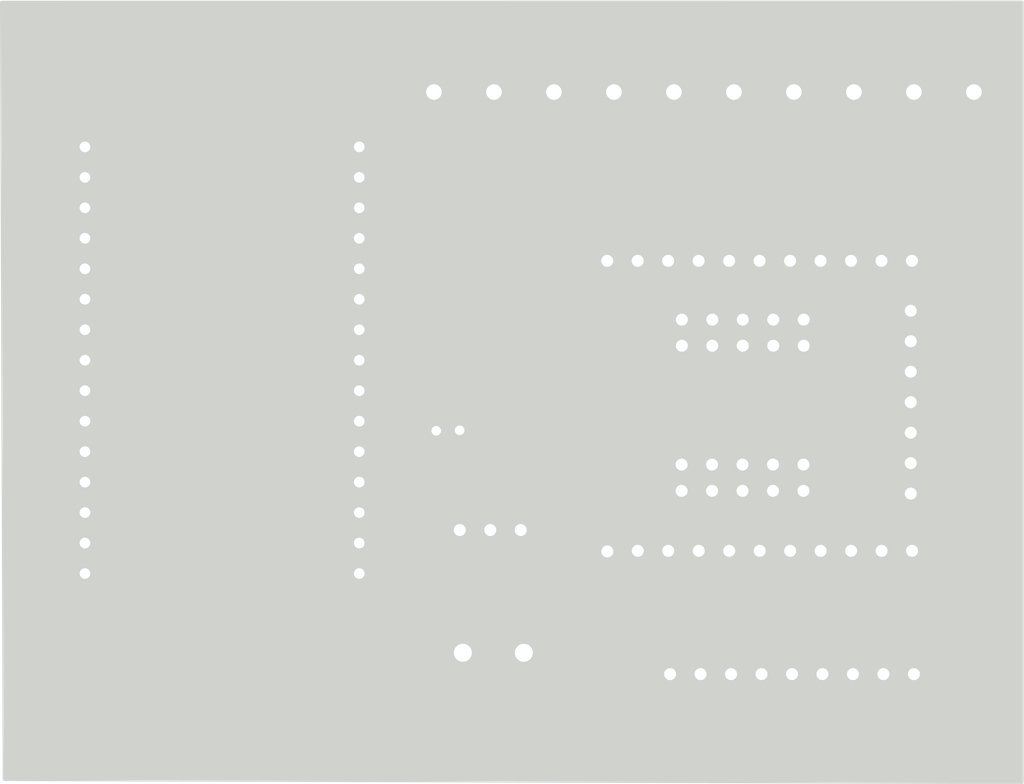
<source format=kicad_pcb>
(kicad_pcb (version 20221018) (generator pcbnew)
  (title_block (date "2023-05-04") (rev "1.0.0"))
  (layers (0 "F.Cu" signal) (31 "B.Cu" signal) (34 "B.Paste" user) (35 "F.Paste" user) (36 "B.SilkS" user "B.Silkscreen") (37 "F.SilkS" user "F.Silkscreen") (38 "B.Mask" user) (39 "F.Mask" user) (44 "Edge.Cuts" user))
  (net 0 "")
  (net 10 "GND")
  (net 11 "+3.3V")
  (net 14 "+5V")
  (net 16 "Net-(A1B-D1)")
  (net 17 "Net-(A1B-D2)")
  (net 28 "Net-(U1-VO)")
  (net 29 "+12V")
  (net 30 "Net-(J2-Pin_1)")
  (net 31 "Net-(J2-Pin_2)")
  (net 32 "Net-(J2-Pin_3)")
  (net 33 "Net-(J2-Pin_4)")
  (net 34 "Net-(J2-Pin_5)")
  (net 35 "Net-(J2-Pin_6)")
  (net 36 "Net-(J2-Pin_7)")
  (net 37 "Net-(J2-Pin_8)")
  (net 38 "Net-(J3-Pin_3)")
  (net 39 "Net-(J3-Pin_4)")
  (net 40 "Net-(J3-Pin_5)")
  (net 41 "Net-(J3-Pin_6)")
  (net 42 "Net-(J3-Pin_7)")
  (net 43 "Net-(J3-Pin_8)")
  (net 58 "Net-(J3-Pin_9)")
  (net 59 "Net-(J3-Pin_10)")
  (footprint "Capacitor_THT:C_Radial_D4.0mm_H7.0mm_P1.50mm" (layer "B.Cu") (at 147.308 96.012 180)
    (fp_text reference "C1" hide)
    (fp_text value "C")
    (fp_circle (center 0.75 0) (end 2.87 0) (stroke (width 0.12)) (fill none) (layer "B.SilkS"))
    (pad "1" thru_hole circle (at -0.254 0 180) (size 1.6 1.6) (drill 0.8) (layers "*.Cu" "*.Mask") (net 28 "Net-(U1-VO)"))
    (pad "2" thru_hole circle (at 1.7 -0.04 180) (size 1.6 1.6) (drill 0.8) (layers "*.Cu" "*.Mask") (net 14 "+5V"))
  )
  (footprint "TerminalBlock:TerminalBlock_bornier-2_P5.08mm" (layer "B.Cu") (at 152.908 114.554 180)
    (fp_text reference "J1" hide)
    (fp_text value "POWER INPUT")
    (fp_line (start -2.54 -3.81) (end 7.62 -3.81) (stroke (width 0.12)) (layer "B.SilkS"))
    (fp_line (start -2.54 3.81) (end -2.54 -3.81) (stroke (width 0.12)) (layer "B.SilkS"))
    (fp_line (start 7.62 -3.81) (end 7.62 3.81) (stroke (width 0.12)) (layer "B.SilkS"))
    (fp_line (start 7.62 -2.54) (end -2.54 -2.54) (stroke (width 0.12)) (layer "B.SilkS"))
    (fp_line (start 7.62 3.81) (end -2.54 3.81) (stroke (width 0.12)) (layer "B.SilkS"))
    (pad "1" thru_hole rect (at 0 0 180) (size 3 3) (drill 1.5) (layers "*.Cu" "*.Mask") (net 29 "+12V"))
    (pad "2" thru_hole circle (at 5.08 0 180) (size 3 3) (drill 1.5) (layers "*.Cu" "*.Mask") (net 10 "GND"))
  )
  (footprint "Package_TO_SOT_THT:TO-220-3_Vertical" (layer "B.Cu") (at 152.654 104.323 180)
    (fp_text reference "U1" hide)
    (fp_text value "LM7805")
    (fp_line (start -2.58 -1.371) (end 7.66 -1.371) (stroke (width 0.12)) (layer "B.SilkS"))
    (fp_line (start -2.58 1.76) (end 7.66 1.76) (stroke (width 0.12)) (layer "B.SilkS"))
    (fp_line (start -2.58 3.27) (end -2.58 -1.371) (stroke (width 0.12)) (layer "B.SilkS"))
    (fp_line (start -2.58 3.27) (end 7.66 3.27) (stroke (width 0.12)) (layer "B.SilkS"))
    (fp_line (start 0.69 3.27) (end 0.69 1.76) (stroke (width 0.12)) (layer "B.SilkS"))
    (fp_line (start 4.391 3.27) (end 4.391 1.76) (stroke (width 0.12)) (layer "B.SilkS"))
    (fp_line (start 7.66 3.27) (end 7.66 -1.371) (stroke (width 0.12)) (layer "B.SilkS"))
    (pad "1" thru_hole rect (at 0 0 180) (size 2 2) (drill 1) (layers "*.Cu" "*.Mask") (net 29 "+12V"))
    (pad "2" thru_hole circle (at 2.54 0 180) (size 2 2) (drill 1) (layers "*.Cu" "*.Mask") (net 10 "GND"))
    (pad "3" thru_hole circle (at 5.08 0 180) (size 2 2) (drill 1) (layers "*.Cu" "*.Mask") (net 28 "Net-(U1-VO)"))
  )
  (footprint "MCU_SX1509:MCU_SX1509" (layer "B.Cu") (at 172.258 93.788 90)
    (fp_text reference "U2" hide)
    (fp_text value "SX1509")
    (fp_rect (start -13.5 14.254) (end 13 -13.654) (stroke (width 0.1)) (fill none) (layer "B.SilkS"))
    (pad "0" thru_hole circle (at 7.74 12.9 90) (size 2 2) (drill 1) (layers "*.Cu" "*.Mask"))
    (pad "1" thru_hole circle (at -7.5 12.9 90) (size 2 2) (drill 1) (layers "*.Cu" "*.Mask"))
    (pad "2" thru_hole circle (at -12.27 7.93 90) (size 2 2) (drill 1) (layers "*.Cu" "*.Mask"))
    (pad "3" thru_hole circle (at 11.9 7.92 90) (size 2 2) (drill 1) (layers "*.Cu" "*.Mask"))
    (pad "4" thru_hole circle (at -12.27 5.39 90) (size 2 2) (drill 1) (layers "*.Cu" "*.Mask") (net 37 "Net-(J2-Pin_8)"))
    (pad "5" thru_hole circle (at -12.27 2.85 90) (size 2 2) (drill 1) (layers "*.Cu" "*.Mask") (net 36 "Net-(J2-Pin_7)"))
    (pad "6" thru_hole circle (at -12.27 0.31 90) (size 2 2) (drill 1) (layers "*.Cu" "*.Mask") (net 35 "Net-(J2-Pin_6)"))
    (pad "7" thru_hole circle (at -12.27 -2.23 90) (size 2 2) (drill 1) (layers "*.Cu" "*.Mask") (net 34 "Net-(J2-Pin_5)"))
    (pad "8" thru_hole circle (at -12.27 -4.77 90) (size 2 2) (drill 1) (layers "*.Cu" "*.Mask") (net 33 "Net-(J2-Pin_4)"))
    (pad "9" thru_hole circle (at -12.27 -7.31 90) (size 2 2) (drill 1) (layers "*.Cu" "*.Mask") (net 32 "Net-(J2-Pin_3)"))
    (pad "10" thru_hole circle (at -12.27 -9.85 90) (size 2 2) (drill 1) (layers "*.Cu" "*.Mask") (net 31 "Net-(J2-Pin_2)"))
    (pad "11" thru_hole circle (at -12.32 -12.39 90) (size 2 2) (drill 1) (layers "*.Cu" "*.Mask") (net 30 "Net-(J2-Pin_1)"))
    (pad "12" thru_hole circle (at 11.9 -12.4 90) (size 2 2) (drill 1) (layers "*.Cu" "*.Mask") (net 59 "Net-(J3-Pin_10)"))
    (pad "13" thru_hole circle (at 11.9 -9.86 90) (size 2 2) (drill 1) (layers "*.Cu" "*.Mask") (net 58 "Net-(J3-Pin_9)"))
    (pad "14" thru_hole circle (at 11.9 -7.32 90) (size 2 2) (drill 1) (layers "*.Cu" "*.Mask") (net 43 "Net-(J3-Pin_8)"))
    (pad "15" thru_hole circle (at 11.9 -4.78 90) (size 2 2) (drill 1) (layers "*.Cu" "*.Mask") (net 42 "Net-(J3-Pin_7)"))
    (pad "16" thru_hole circle (at 11.9 -2.24 90) (size 2 2) (drill 1) (layers "*.Cu" "*.Mask") (net 41 "Net-(J3-Pin_6)"))
    (pad "17" thru_hole circle (at 11.9 0.3 90) (size 2 2) (drill 1) (layers "*.Cu" "*.Mask") (net 40 "Net-(J3-Pin_5)"))
    (pad "18" thru_hole circle (at 11.9 2.84 90) (size 2 2) (drill 1) (layers "*.Cu" "*.Mask") (net 39 "Net-(J3-Pin_4)"))
    (pad "19" thru_hole circle (at 11.9 5.38 90) (size 2 2) (drill 1) (layers "*.Cu" "*.Mask") (net 38 "Net-(J3-Pin_3)"))
    (pad "20" thru_hole circle (at 2.66 12.9 90) (size 2 2) (drill 1) (layers "*.Cu" "*.Mask") (net 16 "Net-(A1B-D1)"))
    (pad "21" thru_hole circle (at 0.12 12.9 90) (size 2 2) (drill 1) (layers "*.Cu" "*.Mask") (net 17 "Net-(A1B-D2)"))
    (pad "22" thru_hole circle (at 5.2 12.9 90) (size 2 2) (drill 1) (layers "*.Cu" "*.Mask"))
    (pad "23" thru_hole circle (at -4.96 12.9 90) (size 2 2) (drill 1) (layers "*.Cu" "*.Mask"))
    (pad "24" thru_hole circle (at -2.42 12.9 90) (size 2 2) (drill 1) (layers "*.Cu" "*.Mask"))
    (pad "25" thru_hole rect (at -12.27 13.01 90) (size 2 2) (drill 1) (layers "*.Cu" "*.Mask"))
    (pad "26" thru_hole circle (at -12.27 10.47 90) (size 2 2) (drill 1) (layers "*.Cu" "*.Mask"))
    (pad "27" thru_hole circle (at 11.9 13 90) (size 2 2) (drill 1) (layers "*.Cu" "*.Mask") (net 10 "GND"))
    (pad "28" thru_hole circle (at 11.9 10.46 90) (size 2 2) (drill 1) (layers "*.Cu" "*.Mask") (net 11 "+3.3V"))
    (pad "29" thru_hole rect (at -7.27 3.96 90) (size 2 2) (drill 1) (layers "*.Cu" "*.Mask"))
    (pad "30" thru_hole circle (at -5.08 3.96 90) (size 2 2) (drill 1) (layers "*.Cu" "*.Mask"))
    (pad "31" thru_hole circle (at -7.27 1.42 90) (size 2 2) (drill 1) (layers "*.Cu" "*.Mask"))
    (pad "32" thru_hole circle (at -5.08 1.42 90) (size 2 2) (drill 1) (layers "*.Cu" "*.Mask"))
    (pad "33" thru_hole circle (at -7.27 -1.12 90) (size 2 2) (drill 1) (layers "*.Cu" "*.Mask"))
    (pad "34" thru_hole circle (at -5.08 -1.12 90) (size 2 2) (drill 1) (layers "*.Cu" "*.Mask"))
    (pad "35" thru_hole circle (at -7.27 -3.66 90) (size 2 2) (drill 1) (layers "*.Cu" "*.Mask"))
    (pad "36" thru_hole circle (at -5.08 -3.66 90) (size 2 2) (drill 1) (layers "*.Cu" "*.Mask"))
    (pad "37" thru_hole circle (at -7.27 -6.2 90) (size 2 2) (drill 1) (layers "*.Cu" "*.Mask"))
    (pad "38" thru_hole circle (at -5.08 -6.2 90) (size 2 2) (drill 1) (layers "*.Cu" "*.Mask"))
    (pad "39" thru_hole circle (at 4.826 3.98 90) (size 2 2) (drill 1) (layers "*.Cu" "*.Mask"))
    (pad "40" thru_hole circle (at 7 3.98 90) (size 2 2) (drill 1) (layers "*.Cu" "*.Mask"))
    (pad "41" thru_hole circle (at 4.826 1.44 90) (size 2 2) (drill 1) (layers "*.Cu" "*.Mask"))
    (pad "42" thru_hole circle (at 7 1.44 90) (size 2 2) (drill 1) (layers "*.Cu" "*.Mask"))
    (pad "43" thru_hole circle (at 4.826 -1.1 90) (size 2 2) (drill 1) (layers "*.Cu" "*.Mask"))
    (pad "44" thru_hole circle (at 7 -1.1 90) (size 2 2) (drill 1) (layers "*.Cu" "*.Mask"))
    (pad "45" thru_hole circle (at 4.826 -3.64 90) (size 2 2) (drill 1) (layers "*.Cu" "*.Mask"))
    (pad "46" thru_hole circle (at 7 -3.64 90) (size 2 2) (drill 1) (layers "*.Cu" "*.Mask"))
    (pad "47" thru_hole circle (at 4.826 -6.18 90) (size 2 2) (drill 1) (layers "*.Cu" "*.Mask"))
    (pad "48" thru_hole rect (at 7 -6.18 90) (size 2 2) (drill 1) (layers "*.Cu" "*.Mask"))
  )
  (footprint "TerminalBlock_Phoenix:TerminalBlock_Phoenix_MKDS-1,5-10_1x10_P5.00mm_Horizontal" (layer "B.Cu") (at 190.42 67.818 180)
    (fp_text reference "J3" hide)
    (fp_text value "Switch")
    (fp_line (start -2.8 -4.9) (end -2.3 -4.9) (stroke (width 0.12)) (layer "B.SilkS"))
    (fp_line (start -2.8 -4.16) (end -2.8 -4.9) (stroke (width 0.12)) (layer "B.SilkS"))
    (fp_line (start -2.56 -4.66) (end 47.56 -4.66) (stroke (width 0.12)) (layer "B.SilkS"))
    (fp_line (start -2.56 -4.1) (end 47.56 -4.1) (stroke (width 0.12)) (layer "B.SilkS"))
    (fp_line (start -2.56 -2.6) (end 47.56 -2.6) (stroke (width 0.12)) (layer "B.SilkS"))
    (fp_line (start -2.56 2.301) (end 47.56 2.301) (stroke (width 0.12)) (layer "B.SilkS"))
    (fp_line (start -2.56 5.261) (end -2.56 -4.66) (stroke (width 0.12)) (layer "B.SilkS"))
    (fp_line (start -2.56 5.261) (end 47.56 5.261) (stroke (width 0.12)) (layer "B.SilkS"))
    (fp_line (start 3.773 -1.023) (end 3.726 -1.069) (stroke (width 0.12)) (layer "B.SilkS"))
    (fp_line (start 3.966 -1.239) (end 3.931 -1.274) (stroke (width 0.12)) (layer "B.SilkS"))
    (fp_line (start 6.07 1.275) (end 6.035 1.239) (stroke (width 0.12)) (layer "B.SilkS"))
    (fp_line (start 6.275 1.069) (end 6.228 1.023) (stroke (width 0.12)) (layer "B.SilkS"))
    (fp_line (start 8.773 -1.023) (end 8.726 -1.069) (stroke (width 0.12)) (layer "B.SilkS"))
    (fp_line (start 8.966 -1.239) (end 8.931 -1.274) (stroke (width 0.12)) (layer "B.SilkS"))
    (fp_line (start 11.07 1.275) (end 11.035 1.239) (stroke (width 0.12)) (layer "B.SilkS"))
    (fp_line (start 11.275 1.069) (end 11.228 1.023) (stroke (width 0.12)) (layer "B.SilkS"))
    (fp_line (start 13.773 -1.023) (end 13.726 -1.069) (stroke (width 0.12)) (layer "B.SilkS"))
    (fp_line (start 13.966 -1.239) (end 13.931 -1.274) (stroke (width 0.12)) (layer "B.SilkS"))
    (fp_line (start 16.07 1.275) (end 16.035 1.239) (stroke (width 0.12)) (layer "B.SilkS"))
    (fp_line (start 16.275 1.069) (end 16.228 1.023) (stroke (width 0.12)) (layer "B.SilkS"))
    (fp_line (start 18.773 -1.023) (end 18.726 -1.069) (stroke (width 0.12)) (layer "B.SilkS"))
    (fp_line (start 18.966 -1.239) (end 18.931 -1.274) (stroke (width 0.12)) (layer "B.SilkS"))
    (fp_line (start 21.07 1.275) (end 21.035 1.239) (stroke (width 0.12)) (layer "B.SilkS"))
    (fp_line (start 21.275 1.069) (end 21.228 1.023) (stroke (width 0.12)) (layer "B.SilkS"))
    (fp_line (start 23.773 -1.023) (end 23.726 -1.069) (stroke (width 0.12)) (layer "B.SilkS"))
    (fp_line (start 23.966 -1.239) (end 23.931 -1.274) (stroke (width 0.12)) (layer "B.SilkS"))
    (fp_line (start 26.07 1.275) (end 26.035 1.239) (stroke (width 0.12)) (layer "B.SilkS"))
    (fp_line (start 26.275 1.069) (end 26.228 1.023) (stroke (width 0.12)) (layer "B.SilkS"))
    (fp_line (start 28.773 -1.023) (end 28.726 -1.069) (stroke (width 0.12)) (layer "B.SilkS"))
    (fp_line (start 28.966 -1.239) (end 28.931 -1.274) (stroke (width 0.12)) (layer "B.SilkS"))
    (fp_line (start 31.07 1.275) (end 31.035 1.239) (stroke (width 0.12)) (layer "B.SilkS"))
    (fp_line (start 31.275 1.069) (end 31.228 1.023) (stroke (width 0.12)) (layer "B.SilkS"))
    (fp_line (start 33.773 -1.023) (end 33.726 -1.069) (stroke (width 0.12)) (layer "B.SilkS"))
    (fp_line (start 33.966 -1.239) (end 33.931 -1.274) (stroke (width 0.12)) (layer "B.SilkS"))
    (fp_line (start 36.07 1.275) (end 36.035 1.239) (stroke (width 0.12)) (layer "B.SilkS"))
    (fp_line (start 36.275 1.069) (end 36.228 1.023) (stroke (width 0.12)) (layer "B.SilkS"))
    (fp_line (start 38.773 -1.023) (end 38.726 -1.069) (stroke (width 0.12)) (layer "B.SilkS"))
    (fp_line (start 38.966 -1.239) (end 38.931 -1.274) (stroke (width 0.12)) (layer "B.SilkS"))
    (fp_line (start 41.07 1.275) (end 41.035 1.239) (stroke (width 0.12)) (layer "B.SilkS"))
    (fp_line (start 41.275 1.069) (end 41.228 1.023) (stroke (width 0.12)) (layer "B.SilkS"))
    (fp_line (start 43.773 -1.023) (end 43.726 -1.069) (stroke (width 0.12)) (layer "B.SilkS"))
    (fp_line (start 43.966 -1.239) (end 43.931 -1.274) (stroke (width 0.12)) (layer "B.SilkS"))
    (fp_line (start 46.07 1.275) (end 46.035 1.239) (stroke (width 0.12)) (layer "B.SilkS"))
    (fp_line (start 46.275 1.069) (end 46.228 1.023) (stroke (width 0.12)) (layer "B.SilkS"))
    (fp_line (start 47.56 5.261) (end 47.56 -4.66) (stroke (width 0.12)) (layer "B.SilkS"))
    (fp_arc (start -1.535 0.684) (mid -1.680501 0.000524) (end -1.535427 -0.683042) (stroke (width 0.12)) (layer "B.SilkS"))
    (fp_arc (start -0.684 -1.535) (mid -0.335551 -1.646659) (end 0.028805 -1.680253) (stroke (width 0.12)) (layer "B.SilkS"))
    (fp_arc (start 0 -1.68) (mid 0.349292 -1.643288) (end 0.683318 -1.534756) (stroke (width 0.12)) (layer "B.SilkS"))
    (fp_arc (start 0.684 1.535) (mid 0.000524 1.680501) (end -0.683042 1.535427) (stroke (width 0.12)) (layer "B.SilkS"))
    (fp_arc (start 1.535 -0.684) (mid 1.6805 -0.000524) (end 1.535427 0.683042) (stroke (width 0.12)) (layer "B.SilkS"))
    (fp_circle (center 5 0) (end 6.68 0) (stroke (width 0.12)) (fill none) (layer "B.SilkS"))
    (fp_circle (center 10 0) (end 11.68 0) (stroke (width 0.12)) (fill none) (layer "B.SilkS"))
    (fp_circle (center 15 0) (end 16.68 0) (stroke (width 0.12)) (fill none) (layer "B.SilkS"))
    (fp_circle (center 20 0) (end 21.68 0) (stroke (width 0.12)) (fill none) (layer "B.SilkS"))
    (fp_circle (center 25 0) (end 26.68 0) (stroke (width 0.12)) (fill none) (layer "B.SilkS"))
    (fp_circle (center 30 0) (end 31.68 0) (stroke (width 0.12)) (fill none) (layer "B.SilkS"))
    (fp_circle (center 35 0) (end 36.68 0) (stroke (width 0.12)) (fill none) (layer "B.SilkS"))
    (fp_circle (center 40 0) (end 41.68 0) (stroke (width 0.12)) (fill none) (layer "B.SilkS"))
    (fp_circle (center 45 0) (end 46.68 0) (stroke (width 0.12)) (fill none) (layer "B.SilkS"))
    (pad "1" thru_hole circle (at 0 0 180) (size 2.6 2.6) (drill 1.3) (layers "*.Cu" "*.Mask"))
    (pad "2" thru_hole rect (at 5 0 180) (size 2.6 2.6) (drill 1.3) (layers "*.Cu" "*.Mask") (net 10 "GND"))
    (pad "3" thru_hole circle (at 10 0 180) (size 2.6 2.6) (drill 1.3) (layers "*.Cu" "*.Mask") (net 38 "Net-(J3-Pin_3)"))
    (pad "4" thru_hole circle (at 15 0 180) (size 2.6 2.6) (drill 1.3) (layers "*.Cu" "*.Mask") (net 39 "Net-(J3-Pin_4)"))
    (pad "5" thru_hole circle (at 20 0 180) (size 2.6 2.6) (drill 1.3) (layers "*.Cu" "*.Mask") (net 40 "Net-(J3-Pin_5)"))
    (pad "6" thru_hole circle (at 25 0 180) (size 2.6 2.6) (drill 1.3) (layers "*.Cu" "*.Mask") (net 41 "Net-(J3-Pin_6)"))
    (pad "7" thru_hole circle (at 30 0 180) (size 2.6 2.6) (drill 1.3) (layers "*.Cu" "*.Mask") (net 42 "Net-(J3-Pin_7)"))
    (pad "8" thru_hole circle (at 35 0 180) (size 2.6 2.6) (drill 1.3) (layers "*.Cu" "*.Mask") (net 43 "Net-(J3-Pin_8)"))
    (pad "9" thru_hole circle (at 40 0 180) (size 2.6 2.6) (drill 1.3) (layers "*.Cu" "*.Mask") (net 58 "Net-(J3-Pin_9)"))
    (pad "10" thru_hole circle (at 45 0 180) (size 2.6 2.6) (drill 1.3) (layers "*.Cu" "*.Mask") (net 59 "Net-(J3-Pin_10)"))
  )
  (footprint "MCU_NODEMCU:MCU_NODEMCU" (layer "B.Cu") (at 127.762 90.17 180)
    (fp_text reference "A1" hide)
    (fp_text value "NODEMCU")
    (fp_line (start -12.7 -21.59) (end -12.7 21.59) (stroke (width 0.127)) (layer "B.SilkS"))
    (fp_line (start -10.16 24.13) (end 10.16 24.13) (stroke (width 0.127)) (layer "B.SilkS"))
    (fp_line (start 10.16 -24.13) (end -10.16 -24.13) (stroke (width 0.127)) (layer "B.SilkS"))
    (fp_line (start 12.7 21.59) (end 12.7 -21.59) (stroke (width 0.127)) (layer "B.SilkS"))
    (fp_arc (start -12.7 -21.59) (mid -11.956051 -23.386051) (end -10.16 -24.13) (stroke (width 0.127)) (layer "B.SilkS"))
    (fp_arc (start -10.16 24.13) (mid -11.956051 23.386051) (end -12.7 21.59) (stroke (width 0.127)) (layer "B.SilkS"))
    (fp_arc (start 10.16 -24.13) (mid 11.956051 -23.386051) (end 12.7 -21.59) (stroke (width 0.127)) (layer "B.SilkS"))
    (fp_arc (start 12.7 21.59) (mid 11.956051 23.386051) (end 10.16 24.13) (stroke (width 0.127)) (layer "B.SilkS"))
    (fp_circle (center -13.81 17.78) (end -13.71 17.78) (stroke (width 0.2)) (fill none) (layer "B.SilkS"))
    (fp_circle (center 13.81 17.78) (end 13.91 17.78) (stroke (width 0.2)) (fill none) (layer "B.SilkS"))
    (pad "J1_1" thru_hole circle (at -11.43 17.78 180) (size 1.93 1.93) (drill 0.889) (layers "*.Cu" "*.Mask"))
    (pad "J1_2" thru_hole circle (at -11.43 15.24 180) (size 1.93 1.93) (drill 0.889) (layers "*.Cu" "*.Mask"))
    (pad "J1_3" thru_hole circle (at -11.43 12.7 180) (size 1.93 1.93) (drill 0.889) (layers "*.Cu" "*.Mask"))
    (pad "J1_4" thru_hole circle (at -11.43 10.16 180) (size 1.93 1.93) (drill 0.889) (layers "*.Cu" "*.Mask"))
    (pad "J1_5" thru_hole circle (at -11.43 7.62 180) (size 1.93 1.93) (drill 0.889) (layers "*.Cu" "*.Mask"))
    (pad "J1_6" thru_hole circle (at -11.43 5.08 180) (size 1.93 1.93) (drill 0.889) (layers "*.Cu" "*.Mask"))
    (pad "J1_7" thru_hole circle (at -11.43 2.54 180) (size 1.93 1.93) (drill 0.889) (layers "*.Cu" "*.Mask"))
    (pad "J1_8" thru_hole circle (at -11.43 0 180) (size 1.93 1.93) (drill 0.889) (layers "*.Cu" "*.Mask"))
    (pad "J1_9" thru_hole circle (at -11.43 -2.54 180) (size 1.93 1.93) (drill 0.889) (layers "*.Cu" "*.Mask"))
    (pad "J1_10" thru_hole circle (at -11.43 -5.08 180) (size 1.93 1.93) (drill 0.889) (layers "*.Cu" "*.Mask") (net 10 "GND"))
    (pad "J1_11" thru_hole circle (at -11.43 -7.62 180) (size 1.93 1.93) (drill 0.889) (layers "*.Cu" "*.Mask") (net 11 "+3.3V"))
    (pad "J1_12" thru_hole circle (at -11.43 -10.16 180) (size 1.93 1.93) (drill 0.889) (layers "*.Cu" "*.Mask"))
    (pad "J1_13" thru_hole circle (at -11.43 -12.7 180) (size 1.93 1.93) (drill 0.889) (layers "*.Cu" "*.Mask"))
    (pad "J1_14" thru_hole circle (at -11.43 -15.24 180) (size 1.93 1.93) (drill 0.889) (layers "*.Cu" "*.Mask") (net 10 "GND"))
    (pad "J1_15" thru_hole rect (at -11.43 -17.78 180) (size 1.93 1.93) (drill 0.889) (layers "*.Cu" "*.Mask") (net 14 "+5V"))
    (pad "J2_1" thru_hole circle (at 11.43 17.78 180) (size 1.93 1.93) (drill 0.889) (layers "*.Cu" "*.Mask"))
    (pad "J2_2" thru_hole circle (at 11.43 15.24 180) (size 1.93 1.93) (drill 0.889) (layers "*.Cu" "*.Mask") (net 16 "Net-(A1B-D1)"))
    (pad "J2_3" thru_hole circle (at 11.43 12.7 180) (size 1.93 1.93) (drill 0.889) (layers "*.Cu" "*.Mask") (net 17 "Net-(A1B-D2)"))
    (pad "J2_4" thru_hole circle (at 11.43 10.16 180) (size 1.93 1.93) (drill 0.889) (layers "*.Cu" "*.Mask"))
    (pad "J2_5" thru_hole circle (at 11.43 7.62 180) (size 1.93 1.93) (drill 0.889) (layers "*.Cu" "*.Mask"))
    (pad "J2_6" thru_hole circle (at 11.43 5.08 180) (size 1.93 1.93) (drill 0.889) (layers "*.Cu" "*.Mask"))
    (pad "J2_7" thru_hole circle (at 11.43 2.54 180) (size 1.93 1.93) (drill 0.889) (layers "*.Cu" "*.Mask"))
    (pad "J2_8" thru_hole circle (at 11.43 0 180) (size 1.93 1.93) (drill 0.889) (layers "*.Cu" "*.Mask"))
    (pad "J2_9" thru_hole circle (at 11.43 -2.54 180) (size 1.93 1.93) (drill 0.889) (layers "*.Cu" "*.Mask"))
    (pad "J2_10" thru_hole circle (at 11.43 -5.08 180) (size 1.93 1.93) (drill 0.889) (layers "*.Cu" "*.Mask"))
    (pad "J2_11" thru_hole circle (at 11.43 -7.62 180) (size 1.93 1.93) (drill 0.889) (layers "*.Cu" "*.Mask"))
    (pad "J2_12" thru_hole circle (at 11.43 -10.16 180) (size 1.93 1.93) (drill 0.889) (layers "*.Cu" "*.Mask"))
    (pad "J2_13" thru_hole circle (at 11.43 -12.7 180) (size 1.93 1.93) (drill 0.889) (layers "*.Cu" "*.Mask"))
    (pad "J2_14" thru_hole circle (at 11.43 -15.24 180) (size 1.93 1.93) (drill 0.889) (layers "*.Cu" "*.Mask"))
    (pad "J2_15" thru_hole circle (at 11.43 -17.78 180) (size 1.93 1.93) (drill 0.889) (layers "*.Cu" "*.Mask"))
  )
  (footprint "Connector_PinHeader_2.54mm:PinHeader_1x09_P2.54mm_Vertical" (layer "B.Cu") (at 165.1 116.332 -90)
    (fp_text reference "J2" hide)
    (fp_text value "RELAY")
    (fp_line (start -1.33 -21.65) (end 1.33 -21.65) (stroke (width 0.12)) (layer "B.SilkS"))
    (fp_line (start -1.33 -1.27) (end -1.33 -21.65) (stroke (width 0.12)) (layer "B.SilkS"))
    (fp_line (start -1.33 0) (end -1.33 -1.27) (stroke (width 0.12)) (layer "B.SilkS"))
    (fp_line (start -1.33 0) (end -1.33 1.33) (stroke (width 0.12)) (layer "B.SilkS"))
    (fp_line (start -1.33 1.33) (end 0 1.33) (stroke (width 0.12)) (layer "B.SilkS"))
    (fp_line (start -0.01 1.33) (end 1.33 1.33) (stroke (width 0.12)) (layer "B.SilkS"))
    (fp_line (start 1.33 -1.27) (end 1.33 -21.65) (stroke (width 0.12)) (layer "B.SilkS"))
    (fp_line (start 1.33 1.33) (end 1.33 -1.27) (stroke (width 0.12)) (layer "B.SilkS"))
    (pad "1" thru_hole circle (at 0 0 270) (size 2 2) (drill 1) (layers "*.Cu" "*.Mask") (net 30 "Net-(J2-Pin_1)"))
    (pad "2" thru_hole circle (at 0 -2.54 270) (size 2 2) (drill 1) (layers "*.Cu" "*.Mask") (net 31 "Net-(J2-Pin_2)"))
    (pad "3" thru_hole circle (at 0 -5.08 270) (size 2 2) (drill 1) (layers "*.Cu" "*.Mask") (net 32 "Net-(J2-Pin_3)"))
    (pad "4" thru_hole circle (at 0 -7.62 270) (size 2 2) (drill 1) (layers "*.Cu" "*.Mask") (net 33 "Net-(J2-Pin_4)"))
    (pad "5" thru_hole circle (at 0 -10.16 270) (size 2 2) (drill 1) (layers "*.Cu" "*.Mask") (net 34 "Net-(J2-Pin_5)"))
    (pad "6" thru_hole circle (at 0 -12.7 270) (size 2 2) (drill 1) (layers "*.Cu" "*.Mask") (net 35 "Net-(J2-Pin_6)"))
    (pad "7" thru_hole circle (at 0 -15.24 270) (size 2 2) (drill 1) (layers "*.Cu" "*.Mask") (net 36 "Net-(J2-Pin_7)"))
    (pad "8" thru_hole circle (at 0 -17.78 270) (size 2 2) (drill 1) (layers "*.Cu" "*.Mask") (net 37 "Net-(J2-Pin_8)"))
    (pad "9" thru_hole rect (at 0 -20.32 270) (size 2 2) (drill 1) (layers "*.Cu" "*.Mask") (net 10 "GND"))
  )
  (segment (start 159.766 84.836) (end 182.31 84.836) (width 0.5) (layer "B.Cu") (net 10))
  (segment (start 185.34 68.326) (end 185.34 81.806) (width 0.5) (layer "B.Cu") (net 10))
  (segment (start 185.34 81.806) (end 185.258 81.888) (width 0.5) (layer "B.Cu") (net 10))
  (segment (start 147.828 106.609) (end 147.828 111.252) (width 0.5) (layer "B.Cu") (net 10))
  (segment (start 137.668 105.41) (end 136.398 106.68) (width 0.5) (layer "B.Cu") (net 10))
  (segment (start 150.114 104.323) (end 150.114 94.488) (width 0.5) (layer "B.Cu") (net 10))
  (segment (start 137.414 112.268) (end 147.828 112.268) (width 0.5) (layer "B.Cu") (net 10))
  (segment (start 185.268 116.18) (end 185.42 116.332) (width 0.5) (layer "B.Cu") (net 10))
  (segment (start 136.398 106.68) (end 136.398 111.252) (width 0.5) (layer "B.Cu") (net 10))
  (segment (start 150.114 94.488) (end 159.766 84.836) (width 0.5) (layer "B.Cu") (net 10))
  (segment (start 147.828 112.268) (end 147.828 109.728) (width 0.5) (layer "B.Cu") (net 10))
  (segment (start 150.114 104.323) (end 147.828 106.609) (width 0.5) (layer "B.Cu") (net 10))
  (segment (start 136.398 111.252) (end 137.414 112.268) (width 0.5) (layer "B.Cu") (net 10))
  (segment (start 185.268 106.058) (end 185.268 116.18) (width 0.5) (layer "B.Cu") (net 10))
  (segment (start 139.192 105.41) (end 137.668 105.41) (width 0.5) (layer "B.Cu") (net 10))
  (segment (start 147.828 106.609) (end 147.828 114.554) (width 0.5) (layer "B.Cu") (net 10))
  (segment (start 182.31 84.836) (end 185.258 81.888) (width 0.5) (layer "B.Cu") (net 10))
  (segment (start 149.86 92.456) (end 158.75 83.566) (width 0.5) (layer "B.Cu") (net 11))
  (segment (start 158.75 83.566) (end 181.04 83.566) (width 0.5) (layer "B.Cu") (net 11))
  (segment (start 139.192 97.79) (end 144.526 92.456) (width 0.5) (layer "B.Cu") (net 11))
  (segment (start 144.526 92.456) (end 149.86 92.456) (width 0.5) (layer "B.Cu") (net 11))
  (segment (start 181.04 83.566) (end 182.718 81.888) (width 0.5) (layer "B.Cu") (net 11))
  (segment (start 139.192 107.95) (end 145.542 101.6) (width 0.5) (layer "B.Cu") (net 14))
  (segment (start 145.542 101.6) (end 145.542 96.012) (width 0.5) (layer "B.Cu") (net 14))
  (segment (start 191.516 119.634) (end 191.516 94.996) (width 0.5) (layer "B.Cu") (net 16))
  (segment (start 116.332 74.93) (end 112.268 78.994) (width 0.5) (layer "B.Cu") (net 16))
  (segment (start 112.268 117.348) (end 117.348 122.428) (width 0.5) (layer "B.Cu") (net 16))
  (segment (start 112.268 78.994) (end 112.268 117.348) (width 0.5) (layer "B.Cu") (net 16))
  (segment (start 117.348 122.428) (end 188.722 122.428) (width 0.5) (layer "B.Cu") (net 16))
  (segment (start 187.648 91.128) (end 185.158 91.128) (width 0.5) (layer "B.Cu") (net 16))
  (segment (start 188.722 122.428) (end 191.516 119.634) (width 0.5) (layer "B.Cu") (net 16))
  (segment (start 191.516 94.996) (end 187.648 91.128) (width 0.5) (layer "B.Cu") (net 16))
  (segment (start 187.394 93.668) (end 185.158 93.668) (width 0.5) (layer "B.Cu") (net 17))
  (segment (start 189.992 96.266) (end 187.394 93.668) (width 0.5) (layer "B.Cu") (net 17))
  (segment (start 113.792 80.01) (end 113.792 116.84) (width 0.5) (layer "B.Cu") (net 17))
  (segment (start 189.992 118.745) (end 189.992 96.266) (width 0.5) (layer "B.Cu") (net 17))
  (segment (start 187.579 121.158) (end 189.992 118.745) (width 0.5) (layer "B.Cu") (net 17))
  (segment (start 118.11 121.158) (end 187.579 121.158) (width 0.5) (layer "B.Cu") (net 17))
  (segment (start 113.792 116.84) (end 118.11 121.158) (width 0.5) (layer "B.Cu") (net 17))
  (segment (start 116.332 77.47) (end 113.792 80.01) (width 0.5) (layer "B.Cu") (net 17))
  (segment (start 147.496 102.538) (end 147.496 96.052) (width 0.5) (layer "B.Cu") (net 28))
  (segment (start 147.574 104.323) (end 147.574 102.616) (width 0.5) (layer "B.Cu") (net 28))
  (segment (start 147.574 102.616) (end 147.496 102.538) (width 0.5) (layer "B.Cu") (net 28))
  (segment (start 152.908 104.577) (end 152.654 104.323) (width 0.5) (layer "B.Cu") (net 29))
  (segment (start 152.908 114.554) (end 152.908 104.577) (width 0.5) (layer "B.Cu") (net 29))
  (segment (start 159.868 111.1) (end 165.1 116.332) (width 0.5) (layer "B.Cu") (net 30))
  (segment (start 159.868 106.108) (end 159.868 111.1) (width 0.5) (layer "B.Cu") (net 30))
  (segment (start 162.408 106.058) (end 162.408 111.1) (width 0.5) (layer "B.Cu") (net 31))
  (segment (start 162.408 111.1) (end 167.64 116.332) (width 0.5) (layer "B.Cu") (net 31))
  (segment (start 164.948 111.1) (end 170.18 116.332) (width 0.5) (layer "B.Cu") (net 32))
  (segment (start 164.948 106.058) (end 164.948 111.1) (width 0.5) (layer "B.Cu") (net 32))
  (segment (start 167.488 111.1) (end 172.72 116.332) (width 0.5) (layer "B.Cu") (net 33))
  (segment (start 167.488 106.058) (end 167.488 111.1) (width 0.5) (layer "B.Cu") (net 33))
  (segment (start 170.028 111.1) (end 175.26 116.332) (width 0.5) (layer "B.Cu") (net 34))
  (segment (start 170.028 106.058) (end 170.028 111.1) (width 0.5) (layer "B.Cu") (net 34))
  (segment (start 172.568 111.1) (end 177.8 116.332) (width 0.5) (layer "B.Cu") (net 35))
  (segment (start 172.568 106.058) (end 172.568 111.1) (width 0.5) (layer "B.Cu") (net 35))
  (segment (start 175.108 111.1) (end 180.34 116.332) (width 0.5) (layer "B.Cu") (net 36))
  (segment (start 175.108 106.058) (end 175.108 111.1) (width 0.5) (layer "B.Cu") (net 36))
  (segment (start 177.648 106.058) (end 177.648 111.1) (width 0.5) (layer "B.Cu") (net 37))
  (segment (start 177.648 111.1) (end 182.88 116.332) (width 0.5) (layer "B.Cu") (net 37))
  (segment (start 180.34 68.326) (end 180.34 73.152) (width 0.5) (layer "B.Cu") (net 38))
  (segment (start 177.638 75.854) (end 177.638 81.888) (width 0.5) (layer "B.Cu") (net 38))
  (segment (start 180.34 73.152) (end 177.638 75.854) (width 0.5) (layer "B.Cu") (net 38))
  (segment (start 175.34 68.326) (end 175.34 81.646) (width 0.5) (layer "B.Cu") (net 39))
  (segment (start 175.34 81.646) (end 175.098 81.888) (width 0.5) (layer "B.Cu") (net 39))
  (segment (start 172.558 75.53) (end 172.558 81.888) (width 0.5) (layer "B.Cu") (net 40))
  (segment (start 170.34 73.312) (end 172.558 75.53) (width 0.5) (layer "B.Cu") (net 40))
  (segment (start 170.34 68.326) (end 170.34 73.312) (width 0.5) (layer "B.Cu") (net 40))
  (segment (start 165.34 68.326) (end 165.34 72.122) (width 0.5) (layer "B.Cu") (net 41))
  (segment (start 170.018 76.8) (end 170.018 81.888) (width 0.5) (layer "B.Cu") (net 41))
  (segment (start 165.34 72.122) (end 170.018 76.8) (width 0.5) (layer "B.Cu") (net 41))
  (segment (start 160.34 70.678) (end 167.478 77.816) (width 0.5) (layer "B.Cu") (net 42))
  (segment (start 167.478 77.816) (end 167.478 81.888) (width 0.5) (layer "B.Cu") (net 42))
  (segment (start 160.34 68.326) (end 160.34 70.678) (width 0.5) (layer "B.Cu") (net 42))
  (segment (start 155.34 69.488) (end 164.938 79.086) (width 0.5) (layer "B.Cu") (net 43))
  (segment (start 155.34 68.326) (end 155.34 69.488) (width 0.5) (layer "B.Cu") (net 43))
  (segment (start 164.938 79.086) (end 164.938 81.888) (width 0.5) (layer "B.Cu") (net 43))
  (segment (start 150.34 69.83) (end 162.398 81.888) (width 0.5) (layer "B.Cu") (net 58))
  (segment (start 150.34 68.326) (end 150.34 69.83) (width 0.5) (layer "B.Cu") (net 58))
  (segment (start 158.902 81.888) (end 159.858 81.888) (width 0.5) (layer "B.Cu") (net 59))
  (segment (start 145.34 68.326) (end 158.902 81.888) (width 0.5) (layer "B.Cu") (net 59))
  (zone (net 0) (net_name "") (layer "Edge.Cuts") (connect_pads (clearance 0.5)) (min_thickness 0.25) (fill yes (thermal_gap 0.5) (thermal_bridge_width 0.5))
    (polygon (pts (xy 109.251972 60.211358) (xy 194.564 60.198387) (xy 194.564 125.493181) (xy 109.481236 125.242937)))
  )
)
</source>
